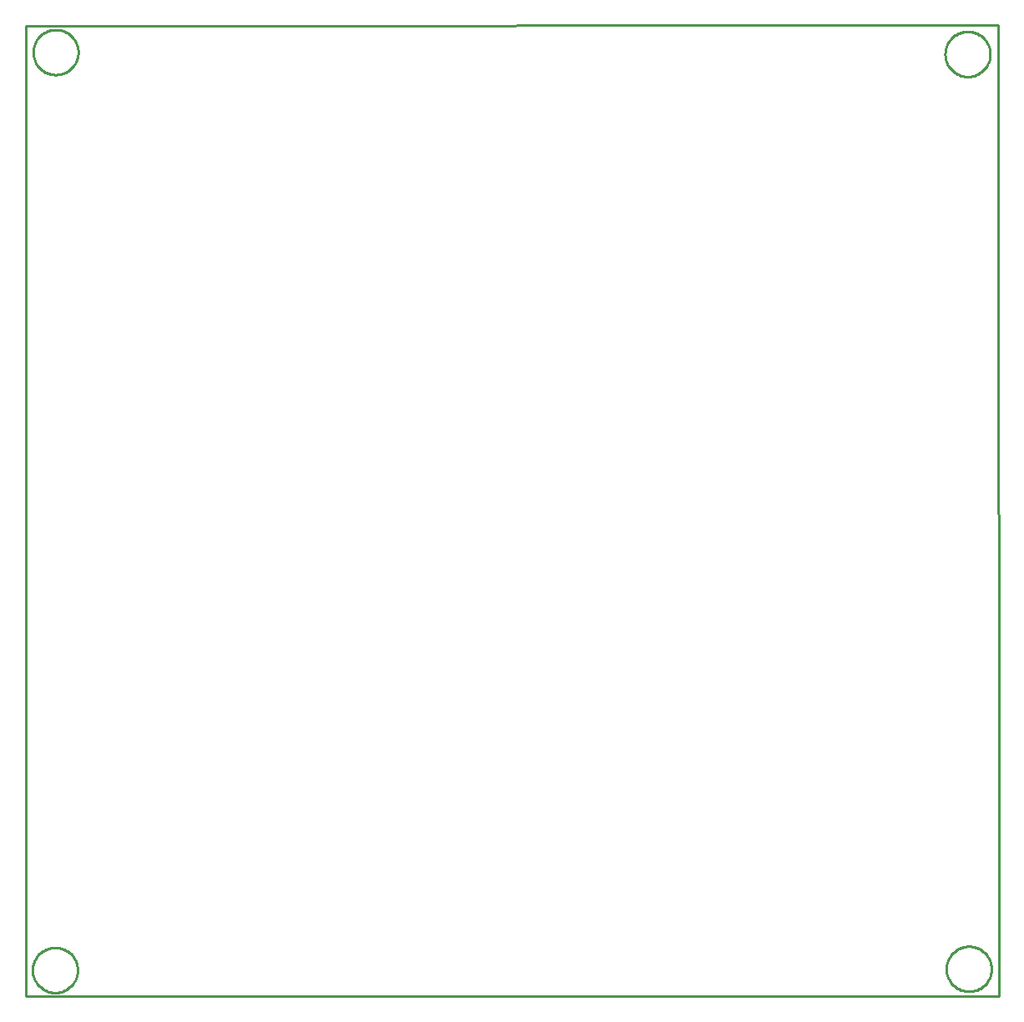
<source format=gbr>
G04 EAGLE Gerber RS-274X export*
G75*
%MOMM*%
%FSLAX34Y34*%
%LPD*%
%IN*%
%IPPOS*%
%AMOC8*
5,1,8,0,0,1.08239X$1,22.5*%
G01*
%ADD10C,0.254000*%


D10*
X-635Y984785D02*
X0Y0D01*
X986665Y635D01*
X986030Y985420D01*
X-635Y984785D01*
X52070Y26029D02*
X51998Y24748D01*
X51854Y23473D01*
X51640Y22208D01*
X51354Y20958D01*
X50999Y19725D01*
X50575Y18514D01*
X50084Y17329D01*
X49528Y16174D01*
X48907Y15051D01*
X48225Y13965D01*
X47483Y12918D01*
X46683Y11916D01*
X45828Y10959D01*
X44921Y10052D01*
X43964Y9197D01*
X42962Y8397D01*
X41915Y7655D01*
X40829Y6973D01*
X39706Y6352D01*
X38551Y5796D01*
X37366Y5305D01*
X36155Y4881D01*
X34922Y4526D01*
X33672Y4240D01*
X32407Y4026D01*
X31132Y3882D01*
X29851Y3810D01*
X28569Y3810D01*
X27288Y3882D01*
X26013Y4026D01*
X24748Y4240D01*
X23498Y4526D01*
X22265Y4881D01*
X21054Y5305D01*
X19869Y5796D01*
X18714Y6352D01*
X17591Y6973D01*
X16505Y7655D01*
X15458Y8397D01*
X14456Y9197D01*
X13499Y10052D01*
X12592Y10959D01*
X11737Y11916D01*
X10937Y12918D01*
X10195Y13965D01*
X9513Y15051D01*
X8892Y16174D01*
X8336Y17329D01*
X7845Y18514D01*
X7421Y19725D01*
X7066Y20958D01*
X6780Y22208D01*
X6566Y23473D01*
X6422Y24748D01*
X6350Y26029D01*
X6350Y27311D01*
X6422Y28592D01*
X6566Y29867D01*
X6780Y31132D01*
X7066Y32382D01*
X7421Y33615D01*
X7845Y34826D01*
X8336Y36011D01*
X8892Y37166D01*
X9513Y38289D01*
X10195Y39375D01*
X10937Y40422D01*
X11737Y41424D01*
X12592Y42381D01*
X13499Y43288D01*
X14456Y44143D01*
X15458Y44943D01*
X16505Y45685D01*
X17591Y46367D01*
X18714Y46988D01*
X19869Y47544D01*
X21054Y48035D01*
X22265Y48459D01*
X23498Y48814D01*
X24748Y49100D01*
X26013Y49314D01*
X27288Y49458D01*
X28569Y49530D01*
X29851Y49530D01*
X31132Y49458D01*
X32407Y49314D01*
X33672Y49100D01*
X34922Y48814D01*
X36155Y48459D01*
X37366Y48035D01*
X38551Y47544D01*
X39706Y46988D01*
X40829Y46367D01*
X41915Y45685D01*
X42962Y44943D01*
X43964Y44143D01*
X44921Y43288D01*
X45828Y42381D01*
X46683Y41424D01*
X47483Y40422D01*
X48225Y39375D01*
X48907Y38289D01*
X49528Y37166D01*
X50084Y36011D01*
X50575Y34826D01*
X50999Y33615D01*
X51354Y32382D01*
X51640Y31132D01*
X51854Y29867D01*
X51998Y28592D01*
X52070Y27311D01*
X52070Y26029D01*
X52705Y957574D02*
X52633Y956293D01*
X52489Y955018D01*
X52275Y953753D01*
X51989Y952503D01*
X51634Y951270D01*
X51210Y950059D01*
X50719Y948874D01*
X50163Y947719D01*
X49542Y946596D01*
X48860Y945510D01*
X48118Y944463D01*
X47318Y943461D01*
X46463Y942504D01*
X45556Y941597D01*
X44599Y940742D01*
X43597Y939942D01*
X42550Y939200D01*
X41464Y938518D01*
X40341Y937897D01*
X39186Y937341D01*
X38001Y936850D01*
X36790Y936426D01*
X35557Y936071D01*
X34307Y935785D01*
X33042Y935571D01*
X31767Y935427D01*
X30486Y935355D01*
X29204Y935355D01*
X27923Y935427D01*
X26648Y935571D01*
X25383Y935785D01*
X24133Y936071D01*
X22900Y936426D01*
X21689Y936850D01*
X20504Y937341D01*
X19349Y937897D01*
X18226Y938518D01*
X17140Y939200D01*
X16093Y939942D01*
X15091Y940742D01*
X14134Y941597D01*
X13227Y942504D01*
X12372Y943461D01*
X11572Y944463D01*
X10830Y945510D01*
X10148Y946596D01*
X9527Y947719D01*
X8971Y948874D01*
X8480Y950059D01*
X8056Y951270D01*
X7701Y952503D01*
X7415Y953753D01*
X7201Y955018D01*
X7057Y956293D01*
X6985Y957574D01*
X6985Y958856D01*
X7057Y960137D01*
X7201Y961412D01*
X7415Y962677D01*
X7701Y963927D01*
X8056Y965160D01*
X8480Y966371D01*
X8971Y967556D01*
X9527Y968711D01*
X10148Y969834D01*
X10830Y970920D01*
X11572Y971967D01*
X12372Y972969D01*
X13227Y973926D01*
X14134Y974833D01*
X15091Y975688D01*
X16093Y976488D01*
X17140Y977230D01*
X18226Y977912D01*
X19349Y978533D01*
X20504Y979089D01*
X21689Y979580D01*
X22900Y980004D01*
X24133Y980359D01*
X25383Y980645D01*
X26648Y980859D01*
X27923Y981003D01*
X29204Y981075D01*
X30486Y981075D01*
X31767Y981003D01*
X33042Y980859D01*
X34307Y980645D01*
X35557Y980359D01*
X36790Y980004D01*
X38001Y979580D01*
X39186Y979089D01*
X40341Y978533D01*
X41464Y977912D01*
X42550Y977230D01*
X43597Y976488D01*
X44599Y975688D01*
X45556Y974833D01*
X46463Y973926D01*
X47318Y972969D01*
X48118Y971967D01*
X48860Y970920D01*
X49542Y969834D01*
X50163Y968711D01*
X50719Y967556D01*
X51210Y966371D01*
X51634Y965160D01*
X51989Y963927D01*
X52275Y962677D01*
X52489Y961412D01*
X52633Y960137D01*
X52705Y958856D01*
X52705Y957574D01*
X977900Y955669D02*
X977828Y954388D01*
X977684Y953113D01*
X977470Y951848D01*
X977184Y950598D01*
X976829Y949365D01*
X976405Y948154D01*
X975914Y946969D01*
X975358Y945814D01*
X974737Y944691D01*
X974055Y943605D01*
X973313Y942558D01*
X972513Y941556D01*
X971658Y940599D01*
X970751Y939692D01*
X969794Y938837D01*
X968792Y938037D01*
X967745Y937295D01*
X966659Y936613D01*
X965536Y935992D01*
X964381Y935436D01*
X963196Y934945D01*
X961985Y934521D01*
X960752Y934166D01*
X959502Y933880D01*
X958237Y933666D01*
X956962Y933522D01*
X955681Y933450D01*
X954399Y933450D01*
X953118Y933522D01*
X951843Y933666D01*
X950578Y933880D01*
X949328Y934166D01*
X948095Y934521D01*
X946884Y934945D01*
X945699Y935436D01*
X944544Y935992D01*
X943421Y936613D01*
X942335Y937295D01*
X941288Y938037D01*
X940286Y938837D01*
X939329Y939692D01*
X938422Y940599D01*
X937567Y941556D01*
X936767Y942558D01*
X936025Y943605D01*
X935343Y944691D01*
X934722Y945814D01*
X934166Y946969D01*
X933675Y948154D01*
X933251Y949365D01*
X932896Y950598D01*
X932610Y951848D01*
X932396Y953113D01*
X932252Y954388D01*
X932180Y955669D01*
X932180Y956951D01*
X932252Y958232D01*
X932396Y959507D01*
X932610Y960772D01*
X932896Y962022D01*
X933251Y963255D01*
X933675Y964466D01*
X934166Y965651D01*
X934722Y966806D01*
X935343Y967929D01*
X936025Y969015D01*
X936767Y970062D01*
X937567Y971064D01*
X938422Y972021D01*
X939329Y972928D01*
X940286Y973783D01*
X941288Y974583D01*
X942335Y975325D01*
X943421Y976007D01*
X944544Y976628D01*
X945699Y977184D01*
X946884Y977675D01*
X948095Y978099D01*
X949328Y978454D01*
X950578Y978740D01*
X951843Y978954D01*
X953118Y979098D01*
X954399Y979170D01*
X955681Y979170D01*
X956962Y979098D01*
X958237Y978954D01*
X959502Y978740D01*
X960752Y978454D01*
X961985Y978099D01*
X963196Y977675D01*
X964381Y977184D01*
X965536Y976628D01*
X966659Y976007D01*
X967745Y975325D01*
X968792Y974583D01*
X969794Y973783D01*
X970751Y972928D01*
X971658Y972021D01*
X972513Y971064D01*
X973313Y970062D01*
X974055Y969015D01*
X974737Y967929D01*
X975358Y966806D01*
X975914Y965651D01*
X976405Y964466D01*
X976829Y963255D01*
X977184Y962022D01*
X977470Y960772D01*
X977684Y959507D01*
X977828Y958232D01*
X977900Y956951D01*
X977900Y955669D01*
X979170Y27299D02*
X979098Y26018D01*
X978954Y24743D01*
X978740Y23478D01*
X978454Y22228D01*
X978099Y20995D01*
X977675Y19784D01*
X977184Y18599D01*
X976628Y17444D01*
X976007Y16321D01*
X975325Y15235D01*
X974583Y14188D01*
X973783Y13186D01*
X972928Y12229D01*
X972021Y11322D01*
X971064Y10467D01*
X970062Y9667D01*
X969015Y8925D01*
X967929Y8243D01*
X966806Y7622D01*
X965651Y7066D01*
X964466Y6575D01*
X963255Y6151D01*
X962022Y5796D01*
X960772Y5510D01*
X959507Y5296D01*
X958232Y5152D01*
X956951Y5080D01*
X955669Y5080D01*
X954388Y5152D01*
X953113Y5296D01*
X951848Y5510D01*
X950598Y5796D01*
X949365Y6151D01*
X948154Y6575D01*
X946969Y7066D01*
X945814Y7622D01*
X944691Y8243D01*
X943605Y8925D01*
X942558Y9667D01*
X941556Y10467D01*
X940599Y11322D01*
X939692Y12229D01*
X938837Y13186D01*
X938037Y14188D01*
X937295Y15235D01*
X936613Y16321D01*
X935992Y17444D01*
X935436Y18599D01*
X934945Y19784D01*
X934521Y20995D01*
X934166Y22228D01*
X933880Y23478D01*
X933666Y24743D01*
X933522Y26018D01*
X933450Y27299D01*
X933450Y28581D01*
X933522Y29862D01*
X933666Y31137D01*
X933880Y32402D01*
X934166Y33652D01*
X934521Y34885D01*
X934945Y36096D01*
X935436Y37281D01*
X935992Y38436D01*
X936613Y39559D01*
X937295Y40645D01*
X938037Y41692D01*
X938837Y42694D01*
X939692Y43651D01*
X940599Y44558D01*
X941556Y45413D01*
X942558Y46213D01*
X943605Y46955D01*
X944691Y47637D01*
X945814Y48258D01*
X946969Y48814D01*
X948154Y49305D01*
X949365Y49729D01*
X950598Y50084D01*
X951848Y50370D01*
X953113Y50584D01*
X954388Y50728D01*
X955669Y50800D01*
X956951Y50800D01*
X958232Y50728D01*
X959507Y50584D01*
X960772Y50370D01*
X962022Y50084D01*
X963255Y49729D01*
X964466Y49305D01*
X965651Y48814D01*
X966806Y48258D01*
X967929Y47637D01*
X969015Y46955D01*
X970062Y46213D01*
X971064Y45413D01*
X972021Y44558D01*
X972928Y43651D01*
X973783Y42694D01*
X974583Y41692D01*
X975325Y40645D01*
X976007Y39559D01*
X976628Y38436D01*
X977184Y37281D01*
X977675Y36096D01*
X978099Y34885D01*
X978454Y33652D01*
X978740Y32402D01*
X978954Y31137D01*
X979098Y29862D01*
X979170Y28581D01*
X979170Y27299D01*
M02*

</source>
